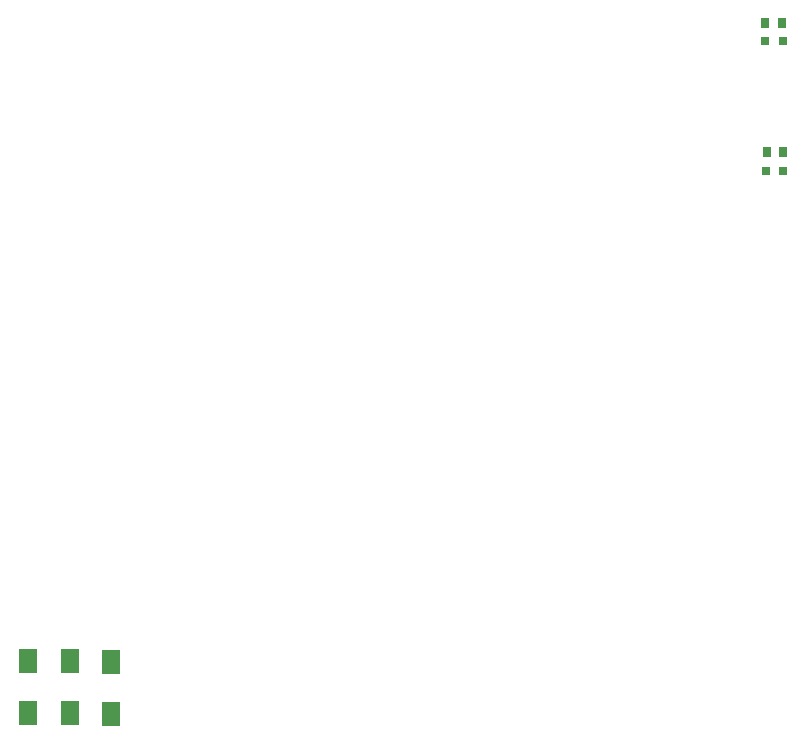
<source format=gbp>
%FSTAX23Y23*%
%MOIN*%
%SFA1B1*%

%IPPOS*%
%ADD23R,0.031500X0.037400*%
%ADD27R,0.031500X0.031500*%
%ADD45R,0.061000X0.082700*%
%LNv1.0-1*%
%LPD*%
G54D23*
X03737Y04795D03*
X03792D03*
X03742Y04365D03*
X03797D03*
G54D27*
X03794Y04735D03*
X03735D03*
X03797Y043D03*
X03738D03*
G54D45*
X01555Y02665D03*
Y02491D03*
X0128Y02666D03*
Y02493D03*
X0142Y02666D03*
Y02493D03*
M02*
</source>
